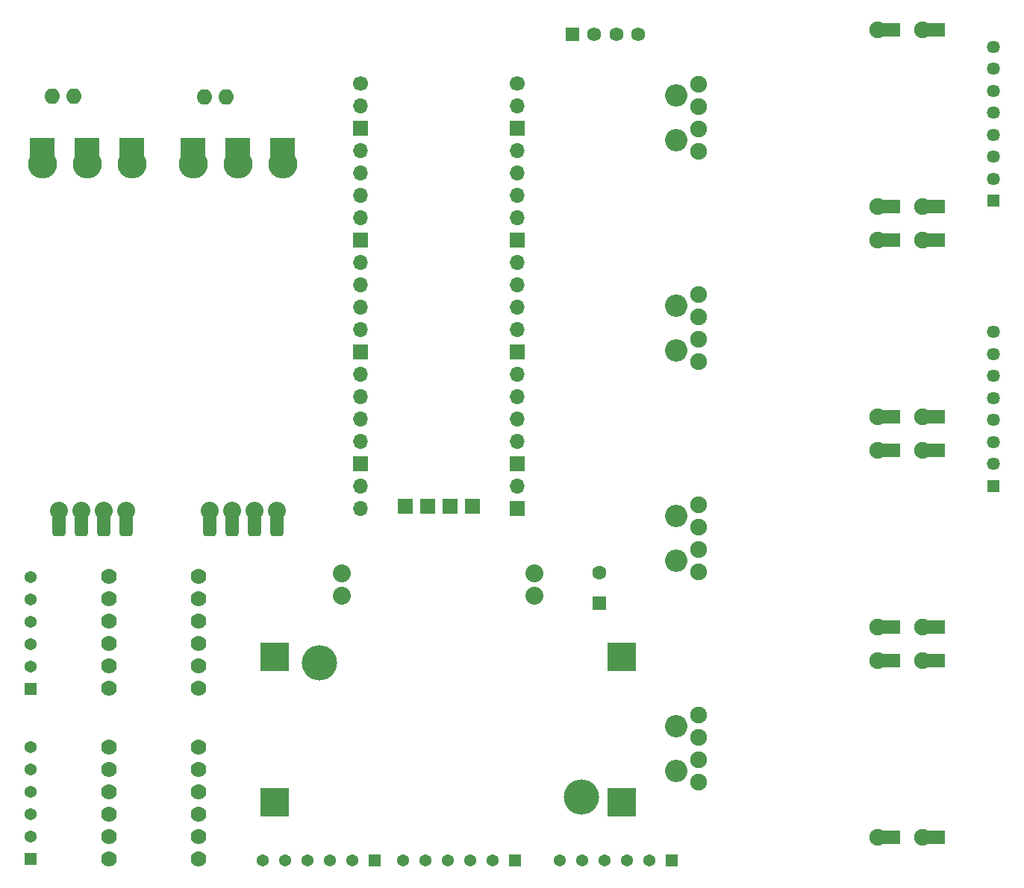
<source format=gbr>
%TF.GenerationSoftware,KiCad,Pcbnew,(6.0.6)*%
%TF.CreationDate,2022-09-13T11:19:58+07:00*%
%TF.ProjectId,Master,4d617374-6572-42e6-9b69-6361645f7063,rev?*%
%TF.SameCoordinates,Original*%
%TF.FileFunction,Soldermask,Top*%
%TF.FilePolarity,Negative*%
%FSLAX46Y46*%
G04 Gerber Fmt 4.6, Leading zero omitted, Abs format (unit mm)*
G04 Created by KiCad (PCBNEW (6.0.6)) date 2022-09-13 11:19:58*
%MOMM*%
%LPD*%
G01*
G04 APERTURE LIST*
G04 Aperture macros list*
%AMRoundRect*
0 Rectangle with rounded corners*
0 $1 Rounding radius*
0 $2 $3 $4 $5 $6 $7 $8 $9 X,Y pos of 4 corners*
0 Add a 4 corners polygon primitive as box body*
4,1,4,$2,$3,$4,$5,$6,$7,$8,$9,$2,$3,0*
0 Add four circle primitives for the rounded corners*
1,1,$1+$1,$2,$3*
1,1,$1+$1,$4,$5*
1,1,$1+$1,$6,$7*
1,1,$1+$1,$8,$9*
0 Add four rect primitives between the rounded corners*
20,1,$1+$1,$2,$3,$4,$5,0*
20,1,$1+$1,$4,$5,$6,$7,0*
20,1,$1+$1,$6,$7,$8,$9,0*
20,1,$1+$1,$8,$9,$2,$3,0*%
%AMOutline4P*
0 Free polygon, 4 corners , with rotation*
0 The origin of the aperture is its center*
0 number of corners: always 4*
0 $1 to $8 corner X, Y*
0 $9 Rotation angle, in degrees counterclockwise*
0 create outline with 4 corners*
4,1,4,$1,$2,$3,$4,$5,$6,$7,$8,$1,$2,$9*%
G04 Aperture macros list end*
%ADD10C,1.778000*%
%ADD11O,1.905000X1.905000*%
%ADD12O,2.540000X2.540000*%
%ADD13R,2.540000X1.524000*%
%ADD14R,1.458000X1.458000*%
%ADD15C,1.458000*%
%ADD16R,1.370000X1.370000*%
%ADD17C,1.370000*%
%ADD18O,1.778000X1.778000*%
%ADD19Outline4P,-1.905000X-1.397000X1.905000X-1.397000X1.905000X1.397000X-1.905000X1.397000X90.000000*%
%ADD20O,3.302000X3.302000*%
%ADD21O,2.032000X2.032000*%
%ADD22RoundRect,0.381000X0.381000X-1.524000X0.381000X1.524000X-0.381000X1.524000X-0.381000X-1.524000X0*%
%ADD23O,4.000000X4.000000*%
%ADD24Outline4P,-1.587500X-1.587500X1.587500X-1.587500X1.587500X1.587500X-1.587500X1.587500X180.000000*%
%ADD25R,1.590000X1.590000*%
%ADD26C,1.590000*%
%ADD27R,1.600000X1.600000*%
%ADD28C,1.600000*%
%ADD29C,1.700000*%
%ADD30O,1.700000X1.700000*%
%ADD31R,1.700000X1.700000*%
G04 APERTURE END LIST*
D10*
%TO.C,U5*%
X99562700Y-129222500D03*
X109722700Y-129222500D03*
X99562700Y-131762500D03*
X99562700Y-136842500D03*
X99562700Y-134302500D03*
X99562700Y-126682500D03*
X99562700Y-124142500D03*
X109722700Y-131762500D03*
X109722700Y-136842500D03*
X109722700Y-134302500D03*
X109722700Y-126682500D03*
X109722700Y-124142500D03*
%TD*%
D11*
%TO.C,U8*%
X166497000Y-77851000D03*
X166497000Y-80391000D03*
D12*
X163957000Y-79121000D03*
D11*
X166497000Y-72771000D03*
X166497000Y-75311000D03*
D12*
X163957000Y-74041000D03*
D13*
X188087000Y-66548000D03*
D11*
X186817000Y-66548000D03*
D13*
X193167000Y-66548000D03*
D11*
X191897000Y-66548000D03*
D13*
X188087000Y-86614000D03*
D11*
X186817000Y-86614000D03*
X191897000Y-86614000D03*
D13*
X193167000Y-86614000D03*
%TD*%
D14*
%TO.C,J7*%
X199898000Y-62090000D03*
D15*
X199898000Y-59590000D03*
X199898000Y-57090000D03*
X199898000Y-54590000D03*
X199898000Y-52090000D03*
X199898000Y-49590000D03*
X199898000Y-47090000D03*
X199898000Y-44590000D03*
%TD*%
D16*
%TO.C,J5*%
X129760500Y-137033000D03*
D17*
X127220500Y-137033000D03*
X124680500Y-137033000D03*
X122140500Y-137033000D03*
X119600500Y-137033000D03*
X117060500Y-137033000D03*
%TD*%
D18*
%TO.C,J2*%
X93136400Y-50194400D03*
X95636400Y-50194400D03*
%TD*%
D17*
%TO.C,J3*%
X90678000Y-104868500D03*
X90678000Y-107408500D03*
X90678000Y-109948500D03*
X90678000Y-112488500D03*
X90678000Y-115028500D03*
D16*
X90678000Y-117568500D03*
%TD*%
D19*
%TO.C,U2*%
X92049600Y-56870600D03*
D20*
X92049600Y-57886600D03*
D19*
X97129600Y-56870600D03*
D20*
X97129600Y-57886600D03*
X102209600Y-57886600D03*
D19*
X102209600Y-56870600D03*
D21*
X93954600Y-97256600D03*
D22*
X93954600Y-98272600D03*
X96494600Y-98272600D03*
D21*
X96494600Y-97256600D03*
D22*
X99034600Y-98272600D03*
D21*
X99034600Y-97256600D03*
X101574600Y-97256600D03*
D22*
X101574600Y-98272600D03*
%TD*%
D16*
%TO.C,J10*%
X163415500Y-137033000D03*
D17*
X160875500Y-137033000D03*
X158335500Y-137033000D03*
X155795500Y-137033000D03*
X153255500Y-137033000D03*
X150715500Y-137033000D03*
%TD*%
D23*
%TO.C,U6*%
X123444000Y-114554000D03*
X153162000Y-129794000D03*
D24*
X118364000Y-113919000D03*
X118364000Y-130429000D03*
X157734000Y-113919000D03*
X157734000Y-130429000D03*
%TD*%
D10*
%TO.C,U4*%
X99562700Y-109791500D03*
X109722700Y-109791500D03*
X99562700Y-112331500D03*
X99562700Y-117411500D03*
X99562700Y-114871500D03*
X99562700Y-107251500D03*
X99562700Y-104711500D03*
X109722700Y-112331500D03*
X109722700Y-117411500D03*
X109722700Y-114871500D03*
X109722700Y-107251500D03*
X109722700Y-104711500D03*
%TD*%
D25*
%TO.C,J9*%
X152146000Y-43180000D03*
D26*
X154646000Y-43180000D03*
X157146000Y-43180000D03*
X159646000Y-43180000D03*
%TD*%
D19*
%TO.C,U3*%
X109118400Y-56870600D03*
D20*
X109118400Y-57886600D03*
X114198400Y-57886600D03*
D19*
X114198400Y-56870600D03*
D20*
X119278400Y-57886600D03*
D19*
X119278400Y-56870600D03*
D21*
X111023400Y-97256600D03*
D22*
X111023400Y-98272600D03*
X113563400Y-98272600D03*
D21*
X113563400Y-97256600D03*
D22*
X116103400Y-98272600D03*
D21*
X116103400Y-97256600D03*
X118643400Y-97256600D03*
D22*
X118643400Y-98272600D03*
%TD*%
D27*
%TO.C,C1*%
X155194000Y-107823000D03*
D28*
X155194000Y-104323000D03*
%TD*%
D11*
%TO.C,U11*%
X166497000Y-53975000D03*
X166497000Y-56515000D03*
D12*
X163957000Y-55245000D03*
D11*
X166497000Y-48895000D03*
X166497000Y-51435000D03*
D12*
X163957000Y-50165000D03*
D11*
X186817000Y-42672000D03*
D13*
X188087000Y-42672000D03*
D11*
X191897000Y-42672000D03*
D13*
X193167000Y-42672000D03*
D11*
X186817000Y-62738000D03*
D13*
X188087000Y-62738000D03*
D11*
X191897000Y-62738000D03*
D13*
X193167000Y-62738000D03*
%TD*%
D11*
%TO.C,U9*%
X166497000Y-101727000D03*
D12*
X163957000Y-102997000D03*
D11*
X166497000Y-104267000D03*
X166497000Y-96647000D03*
D12*
X163957000Y-97917000D03*
D11*
X166497000Y-99187000D03*
X186817000Y-90424000D03*
D13*
X188087000Y-90424000D03*
X193167000Y-90424000D03*
D11*
X191897000Y-90424000D03*
D13*
X188087000Y-110490000D03*
D11*
X186817000Y-110490000D03*
D13*
X193167000Y-110490000D03*
D11*
X191897000Y-110490000D03*
%TD*%
D16*
%TO.C,J6*%
X145669000Y-137033000D03*
D17*
X143129000Y-137033000D03*
X140589000Y-137033000D03*
X138049000Y-137033000D03*
X135509000Y-137033000D03*
X132969000Y-137033000D03*
%TD*%
D21*
%TO.C,U7*%
X147828000Y-104394000D03*
X147828000Y-106934000D03*
X125984000Y-104394000D03*
X125984000Y-106934000D03*
%TD*%
D29*
%TO.C,U1*%
X128116000Y-48756000D03*
D30*
X128116000Y-51296000D03*
D31*
X128116000Y-53836000D03*
D30*
X128116000Y-56376000D03*
X128116000Y-58916000D03*
X128116000Y-61456000D03*
X128116000Y-63996000D03*
D31*
X128116000Y-66536000D03*
D30*
X128116000Y-69076000D03*
X128116000Y-71616000D03*
X128116000Y-74156000D03*
X128116000Y-76696000D03*
D31*
X128116000Y-79236000D03*
D30*
X128116000Y-81776000D03*
X128116000Y-84316000D03*
X128116000Y-86856000D03*
X128116000Y-89396000D03*
D31*
X128116000Y-91936000D03*
D30*
X128116000Y-94476000D03*
X128116000Y-97016000D03*
D31*
X145923000Y-97016000D03*
D30*
X145923000Y-94476000D03*
D31*
X145923000Y-91948000D03*
D30*
X145923000Y-89396000D03*
X145923000Y-86856000D03*
X145923000Y-84316000D03*
X145923000Y-81776000D03*
D31*
X145923000Y-79236000D03*
D30*
X145923000Y-76696000D03*
X145923000Y-74168000D03*
X145923000Y-71616000D03*
X145923000Y-69076000D03*
D31*
X145923000Y-66536000D03*
D30*
X145923000Y-63996000D03*
X145923000Y-61456000D03*
X145923000Y-58916000D03*
X145923000Y-56376000D03*
D31*
X145923000Y-53836000D03*
D30*
X145923000Y-51296000D03*
D29*
X145923000Y-48756000D03*
D31*
X133223000Y-96774000D03*
X135763000Y-96774000D03*
X138303000Y-96774000D03*
X140843000Y-96774000D03*
%TD*%
D18*
%TO.C,J1*%
X110383000Y-50296000D03*
X112883000Y-50296000D03*
%TD*%
D14*
%TO.C,J8*%
X199898000Y-94475000D03*
D15*
X199898000Y-91975000D03*
X199898000Y-89475000D03*
X199898000Y-86975000D03*
X199898000Y-84475000D03*
X199898000Y-81975000D03*
X199898000Y-79475000D03*
X199898000Y-76975000D03*
%TD*%
D12*
%TO.C,U10*%
X163957000Y-126873000D03*
D11*
X166497000Y-125603000D03*
X166497000Y-128143000D03*
D12*
X163957000Y-121793000D03*
D11*
X166497000Y-120523000D03*
X166497000Y-123063000D03*
X186817000Y-114300000D03*
D13*
X188087000Y-114300000D03*
X193167000Y-114300000D03*
D11*
X191897000Y-114300000D03*
D13*
X188087000Y-134366000D03*
D11*
X186817000Y-134366000D03*
D13*
X193167000Y-134366000D03*
D11*
X191897000Y-134366000D03*
%TD*%
D16*
%TO.C,J4*%
X90678000Y-136872500D03*
D17*
X90678000Y-134332500D03*
X90678000Y-131792500D03*
X90678000Y-129252500D03*
X90678000Y-126712500D03*
X90678000Y-124172500D03*
%TD*%
M02*

</source>
